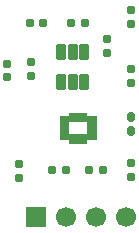
<source format=gts>
%TF.GenerationSoftware,KiCad,Pcbnew,9.0.5*%
%TF.CreationDate,2026-01-29T03:49:22-08:00*%
%TF.ProjectId,PCB Design Lab,50434220-4465-4736-9967-6e204c61622e,rev?*%
%TF.SameCoordinates,Original*%
%TF.FileFunction,Soldermask,Top*%
%TF.FilePolarity,Negative*%
%FSLAX46Y46*%
G04 Gerber Fmt 4.6, Leading zero omitted, Abs format (unit mm)*
G04 Created by KiCad (PCBNEW 9.0.5) date 2026-01-29 03:49:22*
%MOMM*%
%LPD*%
G01*
G04 APERTURE LIST*
G04 Aperture macros list*
%AMRoundRect*
0 Rectangle with rounded corners*
0 $1 Rounding radius*
0 $2 $3 $4 $5 $6 $7 $8 $9 X,Y pos of 4 corners*
0 Add a 4 corners polygon primitive as box body*
4,1,4,$2,$3,$4,$5,$6,$7,$8,$9,$2,$3,0*
0 Add four circle primitives for the rounded corners*
1,1,$1+$1,$2,$3*
1,1,$1+$1,$4,$5*
1,1,$1+$1,$6,$7*
1,1,$1+$1,$8,$9*
0 Add four rect primitives between the rounded corners*
20,1,$1+$1,$2,$3,$4,$5,0*
20,1,$1+$1,$4,$5,$6,$7,0*
20,1,$1+$1,$6,$7,$8,$9,0*
20,1,$1+$1,$8,$9,$2,$3,0*%
G04 Aperture macros list end*
%ADD10C,0.010000*%
%ADD11RoundRect,0.098000X0.294000X-0.609000X0.294000X0.609000X-0.294000X0.609000X-0.294000X-0.609000X0*%
%ADD12RoundRect,0.155000X-0.212500X-0.155000X0.212500X-0.155000X0.212500X0.155000X-0.212500X0.155000X0*%
%ADD13RoundRect,0.160000X-0.197500X-0.160000X0.197500X-0.160000X0.197500X0.160000X-0.197500X0.160000X0*%
%ADD14RoundRect,0.160000X0.160000X-0.197500X0.160000X0.197500X-0.160000X0.197500X-0.160000X-0.197500X0*%
%ADD15RoundRect,0.155000X0.155000X-0.212500X0.155000X0.212500X-0.155000X0.212500X-0.155000X-0.212500X0*%
%ADD16R,1.700000X1.700000*%
%ADD17C,1.700000*%
%ADD18RoundRect,0.160000X0.160000X-0.222500X0.160000X0.222500X-0.160000X0.222500X-0.160000X-0.222500X0*%
%ADD19RoundRect,0.160000X-0.160000X0.197500X-0.160000X-0.197500X0.160000X-0.197500X0.160000X0.197500X0*%
G04 APERTURE END LIST*
D10*
%TO.C,U2*%
X116695000Y-96385000D02*
X115985000Y-96385000D01*
X115985000Y-95935000D01*
X116695000Y-95935000D01*
X116695000Y-96385000D01*
G36*
X116695000Y-96385000D02*
G01*
X115985000Y-96385000D01*
X115985000Y-95935000D01*
X116695000Y-95935000D01*
X116695000Y-96385000D01*
G37*
X116695000Y-96885000D02*
X115985000Y-96885000D01*
X115985000Y-96435000D01*
X116695000Y-96435000D01*
X116695000Y-96885000D01*
G36*
X116695000Y-96885000D02*
G01*
X115985000Y-96885000D01*
X115985000Y-96435000D01*
X116695000Y-96435000D01*
X116695000Y-96885000D01*
G37*
X116695000Y-97385000D02*
X115985000Y-97385000D01*
X115985000Y-96935000D01*
X116695000Y-96935000D01*
X116695000Y-97385000D01*
G36*
X116695000Y-97385000D02*
G01*
X115985000Y-97385000D01*
X115985000Y-96935000D01*
X116695000Y-96935000D01*
X116695000Y-97385000D01*
G37*
X116695000Y-97885000D02*
X115985000Y-97885000D01*
X115985000Y-97435000D01*
X116695000Y-97435000D01*
X116695000Y-97885000D01*
G36*
X116695000Y-97885000D02*
G01*
X115985000Y-97885000D01*
X115985000Y-97435000D01*
X116695000Y-97435000D01*
X116695000Y-97885000D01*
G37*
X117225000Y-98180000D02*
X116775000Y-98180000D01*
X116775000Y-97470000D01*
X117225000Y-97470000D01*
X117225000Y-98180000D01*
G36*
X117225000Y-98180000D02*
G01*
X116775000Y-98180000D01*
X116775000Y-97470000D01*
X117225000Y-97470000D01*
X117225000Y-98180000D01*
G37*
X117225000Y-96350000D02*
X116775000Y-96350000D01*
X116775000Y-95640000D01*
X117225000Y-95640000D01*
X117225000Y-96350000D01*
G36*
X117225000Y-96350000D02*
G01*
X116775000Y-96350000D01*
X116775000Y-95640000D01*
X117225000Y-95640000D01*
X117225000Y-96350000D01*
G37*
X117725000Y-98180000D02*
X117275000Y-98180000D01*
X117275000Y-97470000D01*
X117725000Y-97470000D01*
X117725000Y-98180000D01*
G36*
X117725000Y-98180000D02*
G01*
X117275000Y-98180000D01*
X117275000Y-97470000D01*
X117725000Y-97470000D01*
X117725000Y-98180000D01*
G37*
X117725000Y-96350000D02*
X117275000Y-96350000D01*
X117275000Y-95640000D01*
X117725000Y-95640000D01*
X117725000Y-96350000D01*
G36*
X117725000Y-96350000D02*
G01*
X117275000Y-96350000D01*
X117275000Y-95640000D01*
X117725000Y-95640000D01*
X117725000Y-96350000D01*
G37*
X118225000Y-98180000D02*
X117775000Y-98180000D01*
X117775000Y-97470000D01*
X118225000Y-97470000D01*
X118225000Y-98180000D01*
G36*
X118225000Y-98180000D02*
G01*
X117775000Y-98180000D01*
X117775000Y-97470000D01*
X118225000Y-97470000D01*
X118225000Y-98180000D01*
G37*
X118225000Y-96350000D02*
X117775000Y-96350000D01*
X117775000Y-95640000D01*
X118225000Y-95640000D01*
X118225000Y-96350000D01*
G36*
X118225000Y-96350000D02*
G01*
X117775000Y-96350000D01*
X117775000Y-95640000D01*
X118225000Y-95640000D01*
X118225000Y-96350000D01*
G37*
X119015000Y-96385000D02*
X118305000Y-96385000D01*
X118305000Y-95935000D01*
X119015000Y-95935000D01*
X119015000Y-96385000D01*
G36*
X119015000Y-96385000D02*
G01*
X118305000Y-96385000D01*
X118305000Y-95935000D01*
X119015000Y-95935000D01*
X119015000Y-96385000D01*
G37*
X119015000Y-96885000D02*
X118305000Y-96885000D01*
X118305000Y-96435000D01*
X119015000Y-96435000D01*
X119015000Y-96885000D01*
G36*
X119015000Y-96885000D02*
G01*
X118305000Y-96885000D01*
X118305000Y-96435000D01*
X119015000Y-96435000D01*
X119015000Y-96885000D01*
G37*
X119015000Y-97385000D02*
X118305000Y-97385000D01*
X118305000Y-96935000D01*
X119015000Y-96935000D01*
X119015000Y-97385000D01*
G36*
X119015000Y-97385000D02*
G01*
X118305000Y-97385000D01*
X118305000Y-96935000D01*
X119015000Y-96935000D01*
X119015000Y-97385000D01*
G37*
X119015000Y-97885000D02*
X118305000Y-97885000D01*
X118305000Y-97435000D01*
X119015000Y-97435000D01*
X119015000Y-97885000D01*
G36*
X119015000Y-97885000D02*
G01*
X118305000Y-97885000D01*
X118305000Y-97435000D01*
X119015000Y-97435000D01*
X119015000Y-97885000D01*
G37*
%TD*%
D11*
%TO.C,U1*%
X116100000Y-93000000D03*
X117050000Y-93000000D03*
X118000000Y-93000000D03*
X118000000Y-90490000D03*
X117050000Y-90490000D03*
X116100000Y-90490000D03*
%TD*%
D12*
%TO.C,C1*%
X113432500Y-88000000D03*
X114567500Y-88000000D03*
%TD*%
D13*
%TO.C,R3*%
X118402500Y-100500000D03*
X119597500Y-100500000D03*
%TD*%
D14*
%TO.C,R1*%
X122000000Y-88097500D03*
X122000000Y-86902500D03*
%TD*%
D15*
%TO.C,C2*%
X122000000Y-101067500D03*
X122000000Y-99932500D03*
%TD*%
D16*
%TO.C,J1*%
X113960000Y-104500000D03*
D17*
X116500000Y-104500000D03*
X119040000Y-104500000D03*
X121580000Y-104500000D03*
%TD*%
D15*
%TO.C,C6*%
X111500000Y-92635000D03*
X111500000Y-91500000D03*
%TD*%
%TO.C,C5*%
X113500000Y-92500000D03*
X113500000Y-91365000D03*
%TD*%
D18*
%TO.C,D1*%
X122000000Y-97145000D03*
X122000000Y-96000000D03*
%TD*%
D13*
%TO.C,R2*%
X116902500Y-88000000D03*
X118097500Y-88000000D03*
%TD*%
D15*
%TO.C,C4*%
X120000000Y-90567500D03*
X120000000Y-89432500D03*
%TD*%
D19*
%TO.C,R5*%
X122000000Y-91902500D03*
X122000000Y-93097500D03*
%TD*%
D15*
%TO.C,C3*%
X112500000Y-101135000D03*
X112500000Y-100000000D03*
%TD*%
D13*
%TO.C,R4*%
X115305000Y-100500000D03*
X116500000Y-100500000D03*
%TD*%
M02*

</source>
